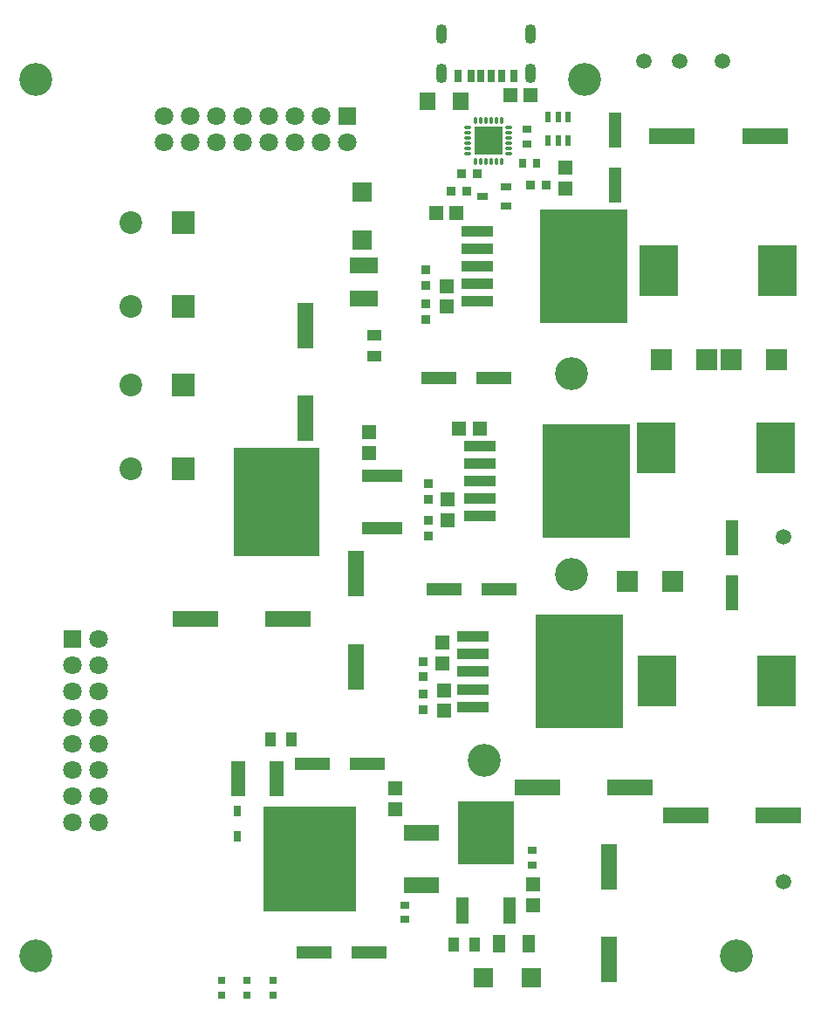
<source format=gbr>
%TF.GenerationSoftware,KiCad,Pcbnew,9.0.6*%
%TF.CreationDate,2026-02-04T05:23:13+09:00*%
%TF.ProjectId,zudo-pd,7a75646f-2d70-4642-9e6b-696361645f70,rev?*%
%TF.SameCoordinates,Original*%
%TF.FileFunction,Soldermask,Top*%
%TF.FilePolarity,Negative*%
%FSLAX46Y46*%
G04 Gerber Fmt 4.6, Leading zero omitted, Abs format (unit mm)*
G04 Created by KiCad (PCBNEW 9.0.6) date 2026-02-04 05:23:13*
%MOMM*%
%LPD*%
G01*
G04 APERTURE LIST*
%ADD10R,3.080000X1.020000*%
%ADD11R,8.500000X11.000000*%
%ADD12R,1.490000X1.730000*%
%ADD13R,1.410000X1.350000*%
%ADD14R,4.500000X1.650000*%
%ADD15R,1.200000X3.500000*%
%ADD16R,3.500000X1.200000*%
%ADD17R,0.900000X0.800000*%
%ADD18R,1.350000X1.410000*%
%ADD19R,1.650000X4.500000*%
%ADD20R,0.800000X0.900000*%
%ADD21R,2.000000X2.000000*%
%ADD22R,0.530000X1.070000*%
%ADD23O,1.100000X1.900000*%
%ADD24R,0.700000X1.200000*%
%ADD25R,0.800000X1.200000*%
%ADD26R,2.200000X2.200000*%
%ADD27C,2.200000*%
%ADD28R,1.800000X1.780000*%
%ADD29C,1.800000*%
%ADD30R,1.780000X1.800000*%
%ADD31R,3.730000X5.000000*%
%ADD32R,0.800000X0.800000*%
%ADD33R,0.860000X0.810000*%
%ADD34C,1.500000*%
%ADD35R,1.900000X1.900000*%
%ADD36R,0.800000X1.000000*%
%ADD37O,0.280000X0.700000*%
%ADD38O,0.700000X0.280000*%
%ADD39R,2.800000X2.800000*%
%ADD40R,4.000000X1.300000*%
%ADD41R,8.400000X10.570000*%
%ADD42R,3.500000X1.600000*%
%ADD43R,9.000000X10.200000*%
%ADD44R,1.270000X2.540000*%
%ADD45R,5.400000X6.100000*%
%ADD46R,1.000000X0.800000*%
%ADD47R,1.190000X1.730000*%
%ADD48R,1.130000X1.380000*%
%ADD49R,2.780000X1.490000*%
%ADD50R,1.410000X3.500000*%
%ADD51R,1.380000X1.130000*%
%ADD52R,0.810000X0.860000*%
%ADD53C,3.200000*%
G04 APERTURE END LIST*
D10*
%TO.C,U2*%
X43840000Y-21702500D03*
X43840000Y-23402500D03*
X43840000Y-25102500D03*
X43840000Y-26802500D03*
X43840000Y-28502500D03*
D11*
X54160000Y-25102500D03*
%TD*%
D12*
%TO.C,C1*%
X39010000Y-9050000D03*
X42190000Y-9050000D03*
%TD*%
D13*
%TO.C,C2*%
X49020000Y-8520000D03*
X47020000Y-8520000D03*
%TD*%
D14*
%TO.C,C3*%
X62720000Y-12500000D03*
X71720000Y-12500000D03*
%TD*%
D15*
%TO.C,C4*%
X68560000Y-51382500D03*
X68560000Y-56722500D03*
%TD*%
%TO.C,C5*%
X57220000Y-17170000D03*
X57220000Y-11830000D03*
%TD*%
D13*
%TO.C,C6*%
X41800000Y-19900000D03*
X39800000Y-19900000D03*
%TD*%
D16*
%TO.C,C7*%
X45460000Y-35902500D03*
X40120000Y-35902500D03*
%TD*%
D13*
%TO.C,C8*%
X44060000Y-40802500D03*
X42060000Y-40802500D03*
%TD*%
D14*
%TO.C,C11*%
X73060000Y-78302500D03*
X64060000Y-78302500D03*
%TD*%
%TO.C,C14*%
X25450000Y-59302500D03*
X16450000Y-59302500D03*
%TD*%
D17*
%TO.C,C15*%
X36750000Y-87050000D03*
X36750000Y-88450000D03*
%TD*%
D18*
%TO.C,C17*%
X33350000Y-41202500D03*
X33350000Y-43202500D03*
%TD*%
%TO.C,C18*%
X35870000Y-77742500D03*
X35870000Y-75742500D03*
%TD*%
D19*
%TO.C,C20*%
X32050000Y-54902500D03*
X32050000Y-63902500D03*
%TD*%
%TO.C,C21*%
X27150000Y-39802500D03*
X27150000Y-30802500D03*
%TD*%
D16*
%TO.C,C22*%
X33340000Y-91642500D03*
X28000000Y-91642500D03*
%TD*%
%TO.C,C23*%
X33170000Y-73342500D03*
X27830000Y-73342500D03*
%TD*%
D17*
%TO.C,C30*%
X48600000Y-11800000D03*
X48600000Y-13200000D03*
%TD*%
D18*
%TO.C,C33*%
X40560000Y-68202500D03*
X40560000Y-66202500D03*
%TD*%
D20*
%TO.C,C34*%
X48200000Y-15100000D03*
X49600000Y-15100000D03*
%TD*%
D18*
%TO.C,C35*%
X52400000Y-15500000D03*
X52400000Y-17500000D03*
%TD*%
D21*
%TO.C,D1*%
X72860000Y-34102500D03*
X68460000Y-34102500D03*
%TD*%
%TO.C,D2*%
X61660000Y-34102500D03*
X66060000Y-34102500D03*
%TD*%
D22*
%TO.C,D4*%
X50700000Y-12900000D03*
X51650000Y-12900000D03*
X52600000Y-12900000D03*
X52600000Y-10600000D03*
X51650000Y-10600000D03*
X50700000Y-10600000D03*
%TD*%
D23*
%TO.C,J1*%
X49000000Y-6380000D03*
X49000000Y-2570000D03*
X40360000Y-6380000D03*
X40360000Y-2570000D03*
D24*
X45180000Y-6630000D03*
X43180000Y-6630000D03*
D25*
X41980000Y-6630000D03*
D24*
X44180000Y-6630000D03*
X46180000Y-6630000D03*
D25*
X47380000Y-6630000D03*
%TD*%
D26*
%TO.C,J9*%
X15240000Y-28950000D03*
D27*
X10160000Y-28950000D03*
%TD*%
D28*
%TO.C,J10*%
X4500000Y-61200000D03*
D29*
X7040000Y-61200000D03*
X4500000Y-63740000D03*
X7040000Y-63740000D03*
X4500000Y-66280000D03*
X7040000Y-66280000D03*
X4500000Y-68820000D03*
X7040000Y-68820000D03*
X4500000Y-71360000D03*
X7040000Y-71360000D03*
X4500000Y-73900000D03*
X7040000Y-73900000D03*
X4500000Y-76440000D03*
X7040000Y-76440000D03*
X4500000Y-78980000D03*
X7040000Y-78980000D03*
%TD*%
%TO.C,J11*%
X13460000Y-13015000D03*
X13460000Y-10475000D03*
X16000000Y-13015000D03*
X16000000Y-10475000D03*
X18540000Y-13015000D03*
X18540000Y-10475000D03*
X21080000Y-13015000D03*
X21080000Y-10475000D03*
X23620000Y-13015000D03*
X23620000Y-10475000D03*
X26160000Y-13015000D03*
X26160000Y-10475000D03*
X28700000Y-13015000D03*
X28700000Y-10475000D03*
X31240000Y-13015000D03*
D30*
X31240000Y-10475000D03*
%TD*%
D31*
%TO.C,L3*%
X61290000Y-65302500D03*
X72830000Y-65302500D03*
%TD*%
D32*
%TO.C,LED2*%
X19000000Y-95802500D03*
X19000000Y-94302500D03*
%TD*%
%TO.C,LED3*%
X21500000Y-95802500D03*
X21500000Y-94302500D03*
%TD*%
%TO.C,LED4*%
X24000000Y-95802500D03*
X24000000Y-94302500D03*
%TD*%
D33*
%TO.C,R2*%
X38860000Y-25452500D03*
X38860000Y-26952500D03*
%TD*%
%TO.C,R4*%
X39060000Y-47652500D03*
X39060000Y-46152500D03*
%TD*%
%TO.C,R5*%
X38560000Y-66602500D03*
X38560000Y-68102500D03*
%TD*%
D34*
%TO.C,TP2*%
X63460000Y-5170000D03*
%TD*%
D35*
%TO.C,TVS1*%
X32600000Y-22530000D03*
X32600000Y-17870000D03*
%TD*%
D36*
%TO.C,TVS2*%
X20570000Y-80342500D03*
X20570000Y-77942500D03*
%TD*%
D35*
%TO.C,TVS3*%
X44430000Y-94102500D03*
X49090000Y-94102500D03*
%TD*%
D37*
%TO.C,U1*%
X46150000Y-10900000D03*
X45650000Y-10900000D03*
X45150000Y-10900000D03*
X44650000Y-10900000D03*
X44150000Y-10900000D03*
X43650000Y-10900000D03*
D38*
X42900000Y-11650000D03*
X42900000Y-12150000D03*
X42900000Y-12650000D03*
X42900000Y-13150000D03*
X42900000Y-13650000D03*
X42900000Y-14150000D03*
D37*
X43650000Y-14900000D03*
X44150000Y-14900000D03*
X44650000Y-14900000D03*
X45150000Y-14900000D03*
X45650000Y-14900000D03*
X46150000Y-14900000D03*
D38*
X46900000Y-14150000D03*
X46900000Y-13650000D03*
X46900000Y-13150000D03*
X46900000Y-12650000D03*
X46900000Y-12150000D03*
X46900000Y-11650000D03*
D39*
X44890000Y-12900000D03*
%TD*%
D10*
%TO.C,U3*%
X44040000Y-42502500D03*
X44040000Y-44202500D03*
X44040000Y-45902500D03*
X44040000Y-47602500D03*
X44040000Y-49302500D03*
D11*
X54360000Y-45902500D03*
%TD*%
D40*
%TO.C,U6*%
X34550000Y-50442500D03*
X34550000Y-45362500D03*
D41*
X24370000Y-47902500D03*
%TD*%
D42*
%TO.C,U7*%
X38370000Y-85082500D03*
D43*
X27570000Y-82542500D03*
D42*
X38370000Y-80002500D03*
%TD*%
D44*
%TO.C,U8*%
X42360000Y-87552500D03*
D45*
X44650000Y-80052500D03*
D44*
X46940000Y-87542500D03*
%TD*%
D46*
%TO.C,Q1*%
X46650000Y-19250000D03*
X46650000Y-17350000D03*
X44350000Y-18300000D03*
%TD*%
D18*
%TO.C,C19*%
X49240000Y-87042500D03*
X49240000Y-85042500D03*
%TD*%
D26*
%TO.C,J7*%
X15240000Y-36610000D03*
D27*
X10160000Y-36610000D03*
%TD*%
D34*
%TO.C,TP1*%
X59960000Y-5220000D03*
%TD*%
D18*
%TO.C,C32*%
X40960000Y-47702500D03*
X40960000Y-49702500D03*
%TD*%
D31*
%TO.C,L2*%
X61190000Y-42702500D03*
X72730000Y-42702500D03*
%TD*%
D17*
%TO.C,C16*%
X49140000Y-81750000D03*
X49140000Y-83150000D03*
%TD*%
D47*
%TO.C,PTC3*%
X45910000Y-90802500D03*
X48810000Y-90802500D03*
%TD*%
D48*
%TO.C,R9*%
X43560000Y-90902500D03*
X41560000Y-90902500D03*
%TD*%
D49*
%TO.C,PTC1*%
X32800000Y-28200000D03*
X32800000Y-25000000D03*
%TD*%
D33*
%TO.C,R1*%
X38860000Y-30252500D03*
X38860000Y-28752500D03*
%TD*%
D50*
%TO.C,PTC2*%
X24320000Y-74742500D03*
X20620000Y-74742500D03*
%TD*%
D34*
%TO.C,TP5*%
X73560000Y-84802500D03*
%TD*%
D51*
%TO.C,R7*%
X33800000Y-31800000D03*
X33800000Y-33800000D03*
%TD*%
D33*
%TO.C,R3*%
X39060000Y-49752500D03*
X39060000Y-51252500D03*
%TD*%
D52*
%TO.C,R11*%
X42300000Y-16100000D03*
X43800000Y-16100000D03*
%TD*%
D48*
%TO.C,R8*%
X25750000Y-71000000D03*
X23750000Y-71000000D03*
%TD*%
D18*
%TO.C,C31*%
X40860000Y-27002500D03*
X40860000Y-29002500D03*
%TD*%
D52*
%TO.C,R12*%
X49000000Y-17200000D03*
X50500000Y-17200000D03*
%TD*%
D16*
%TO.C,C9*%
X45960000Y-56402500D03*
X40620000Y-56402500D03*
%TD*%
D14*
%TO.C,C24*%
X58640000Y-75600000D03*
X49640000Y-75600000D03*
%TD*%
D52*
%TO.C,R13*%
X42800000Y-17800000D03*
X41300000Y-17800000D03*
%TD*%
D26*
%TO.C,J8*%
X15240000Y-44700000D03*
D27*
X10160000Y-44700000D03*
%TD*%
D33*
%TO.C,R6*%
X38560000Y-64902500D03*
X38560000Y-63402500D03*
%TD*%
D21*
%TO.C,D3*%
X62760000Y-55602500D03*
X58360000Y-55602500D03*
%TD*%
D26*
%TO.C,J6*%
X15240000Y-20850000D03*
D27*
X10160000Y-20850000D03*
%TD*%
D31*
%TO.C,L1*%
X72930000Y-25502500D03*
X61390000Y-25502500D03*
%TD*%
D18*
%TO.C,C10*%
X40460000Y-61602500D03*
X40460000Y-63602500D03*
%TD*%
D34*
%TO.C,TP4*%
X73560000Y-51302500D03*
%TD*%
%TO.C,TP3*%
X67600000Y-5200000D03*
%TD*%
D19*
%TO.C,C25*%
X56560000Y-83302500D03*
X56560000Y-92302500D03*
%TD*%
D10*
%TO.C,U4*%
X43400000Y-61002500D03*
X43400000Y-62702500D03*
X43400000Y-64402500D03*
X43400000Y-66102500D03*
X43400000Y-67802500D03*
D11*
X53720000Y-64402500D03*
%TD*%
D53*
%TO.C,REF\u002A\u002A*%
X69000000Y-92000000D03*
%TD*%
%TO.C,REF\u002A\u002A*%
X1000000Y-7000000D03*
%TD*%
%TO.C,REF\u002A\u002A*%
X54250000Y-7000000D03*
%TD*%
%TO.C,REF\u002A\u002A*%
X1000000Y-92000000D03*
%TD*%
%TO.C,REF\u002A\u002A*%
X53000000Y-55000000D03*
%TD*%
%TO.C,REF\u002A\u002A*%
X53000000Y-35500000D03*
%TD*%
%TO.C,REF\u002A\u002A*%
X44500000Y-73000000D03*
%TD*%
M02*

</source>
